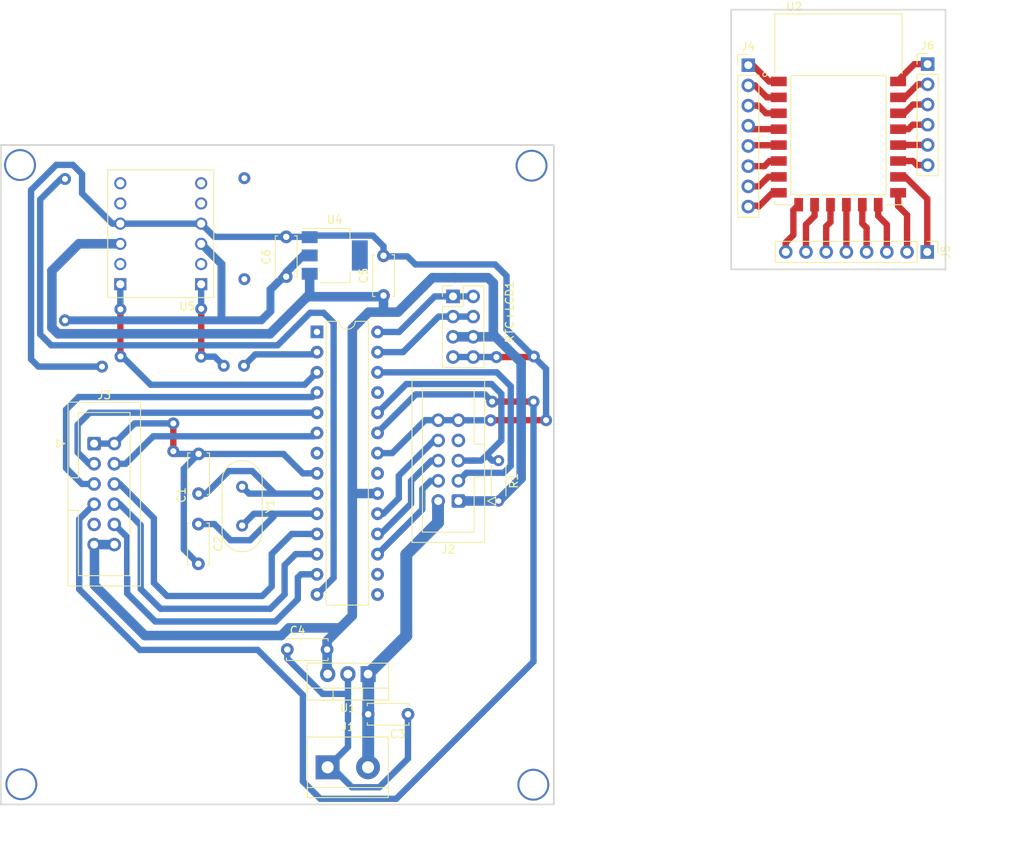
<source format=kicad_pcb>
(kicad_pcb (version 20211014) (generator pcbnew)
  (layers (0 "F.Cu" signal) (31 "B.Cu" signal) (34 "B.Paste" user) (35 "F.Paste" user) (36 "B.SilkS" user "B.Silkscreen") (37 "F.SilkS" user "F.Silkscreen") (38 "B.Mask" user) (39 "F.Mask" user) (44 "Edge.Cuts" user))
  (net 0 "")
  (net 1 "GND")
  (net 3 "+5V")
  (net 5 "+12V")
  (net 7 "Net-(C1-Pad1)")
  (net 8 "Net-(C2-Pad1)")
  (net 10 "Net-(RTC+LCD1-Pad3)")
  (net 11 "Net-(RTC+LCD1-Pad1)")
  (net 12 "unconnected-(U3-Pad15)")
  (net 13 "Net-(R1-Pad1)")
  (net 14 "Net-(J4-Pad1)")
  (net 15 "Net-(J6-Pad1)")
  (net 16 "Net-(J6-Pad2)")
  (net 17 "Net-(J6-Pad3)")
  (net 18 "Net-(J6-Pad4)")
  (net 19 "Net-(C6-Pad1)")
  (net 20 "Net-(J4-Pad2)")
  (net 21 "Net-(J4-Pad3)")
  (net 22 "Net-(J4-Pad4)")
  (net 23 "Net-(J4-Pad5)")
  (net 24 "Net-(J4-Pad6)")
  (net 25 "Net-(J4-Pad7)")
  (net 26 "Net-(J5-Pad3)")
  (net 27 "Net-(J5-Pad4)")
  (net 28 "Net-(J5-Pad5)")
  (net 29 "Net-(J5-Pad6)")
  (net 30 "Net-(J5-Pad7)")
  (net 31 "Net-(J6-Pad5)")
  (net 32 "Net-(J5-Pad2)")
  (net 33 "Net-(J6-Pad6)")
  (net 34 "Net-(J4-Pad8)")
  (net 35 "Net-(U3-Pad3)")
  (net 38 "unconnected-(U5-PadLV4)")
  (net 42 "Net-(J5-Pad1)")
  (net 43 "Net-(U3-Pad26)")
  (net 44 "Net-(U3-Pad19)")
  (net 45 "Net-(U3-Pad18)")
  (net 46 "Net-(U3-Pad17)")
  (net 48 "Net-(U3-Pad5)")
  (net 49 "Net-(U3-Pad6)")
  (net 50 "Net-(U3-Pad4)")
  (net 51 "Net-(U3-Pad11)")
  (net 52 "Net-(U3-Pad23)")
  (net 53 "Net-(U3-Pad12)")
  (net 55 "Net-(U3-Pad13)")
  (footprint "Resistor_THT:R_Axial_DIN0204_L3.6mm_D1.6mm_P5.08mm_Horizontal" (layer "F.Cu") (at 157.2325 93.12 -90)
    (fp_text reference "R1")
    (fp_text value "4.7k")
  )
  (footprint "Connector_PinHeader_2.54mm:PinHeader_2x04_P2.54mm_Vertical" (layer "F.Cu") (at 151.5075 72.47)
    (fp_text reference "RTC+LCD1")
    (fp_text value "Conn_02x04_Odd_Even")
  )
  (footprint "Capacitor_THT:C_Disc_D5.0mm_W2.5mm_P5.00mm" (layer "F.Cu") (at 119.5025 101.1 -90)
    (fp_text reference "C2")
    (fp_text value "20pF")
  )
  (footprint "Package_TO_SOT_THT:TO-220-3_Vertical" (layer "F.Cu") (at 140.8325 119.965 180)
    (fp_text reference "U1")
    (fp_text value "LM7805")
  )
  (footprint "Capacitor_THT:C_Disc_D5.0mm_W2.5mm_P5.00mm" (layer "F.Cu") (at 119.5325 97.28 90)
    (fp_text reference "C1")
    (fp_text value "20pF")
  )
  (footprint "Connector_IDC:IDC-Header_2x05_P2.54mm_Vertical" (layer "F.Cu") (at 152.185 98.2 180)
    (fp_text reference "J2")
    (fp_text value "Conn_02x05_Odd_Even")
  )
  (footprint "Crystal:Crystal_HC49-4H_Vertical" (layer "F.Cu") (at 125.0025 96.41 -90)
    (fp_text reference "Y1")
    (fp_text value "16MHz")
  )
  (footprint "Capacitor_THT:C_Disc_D5.0mm_W2.5mm_P5.00mm" (layer "F.Cu") (at 145.8475 125.02 180)
    (fp_text reference "C3")
    (fp_text value "330nF")
  )
  (footprint "TerminalBlock:TerminalBlock_bornier-2_P5.08mm" (layer "F.Cu") (at 135.7475 131.69)
    (fp_text reference "J1")
    (fp_text value "12v")
  )
  (footprint "Capacitor_THT:C_Disc_D5.0mm_W2.5mm_P5.00mm" (layer "F.Cu") (at 130.6825 116.88)
    (fp_text reference "C4")
    (fp_text value "100nF")
  )
  (footprint "Package_DIP:DIP-28_W7.62mm" (layer "F.Cu") (at 134.4075 76.94)
    (fp_text reference "U3" hide)
    (fp_text value "ATmega328P-P")
  )
  (footprint "Connector_PinHeader_2.54mm:PinHeader_1x06_P2.54mm_Vertical" (layer "F.Cu") (at 211.16 43.25925)
    (fp_text reference "J6")
    (fp_text value "Conn_01x06")
  )
  (footprint "Conversor_logico_nivel:CONV_BOB-12009" (layer "F.Cu") (at 114.7725 64.59 180)
    (fp_text reference "U5")
    (fp_text value "BOB-12009")
  )
  (footprint "Capacitor_THT:C_Disc_D5.0mm_W2.5mm_P5.00mm" (layer "F.Cu") (at 142.7725 72.36 90)
    (fp_text reference "C5")
    (fp_text value "100nF")
  )
  (footprint "Connector_IDC:IDC-Header_2x06_P2.54mm_Vertical" (layer "F.Cu") (at 106.4 90.98)
    (fp_text reference "J3")
    (fp_text value "Conn_02x06_Odd_Even")
  )
  (footprint "Capacitor_THT:C_Disc_D5.0mm_W2.5mm_P5.00mm" (layer "F.Cu") (at 130.5425 69.98 90)
    (fp_text reference "C6")
    (fp_text value "10uF")
  )
  (footprint "Package_TO_SOT_SMD:SOT-223" (layer "F.Cu") (at 136.6425 67.32)
    (fp_text reference "U4")
    (fp_text value "LM1117-3.3")
  )
  (footprint "Connector_PinHeader_2.54mm:PinHeader_1x08_P2.54mm_Vertical" (layer "F.Cu") (at 188.61575 43.3925)
    (fp_text reference "J4")
    (fp_text value "Conn_01x08" hide)
  )
  (footprint "ESP8266-12E_ESP-12E:XCVR_ESP8266-12E_ESP-12E" (layer "F.Cu") (at 199.95 52.44)
    (fp_text reference "U2")
    (fp_text value "ESP-12E")
  )
  (footprint "Connector_PinHeader_2.54mm:PinHeader_1x08_P2.54mm_Vertical" (layer "F.Cu") (at 211.11075 66.8775 -90)
    (fp_text reference "J5")
    (fp_text value "Conn_01x08" hide)
  )
  (gr_rect (start 186.475 36.41) (end 213.405 69.07) (layer "Edge.Cuts") (width 0.2) (fill none))
  (gr_rect (start 164.1775 53.43) (end 94.67 136.36) (layer "Edge.Cuts") (width 0.2) (fill none))
  (via (at 97.25 133.82) (size 4) (drill 3.5) (layers "F.Cu" "B.Cu") (net 0))
  (via (at 97.09 55.95) (size 4) (drill 3.5) (layers "F.Cu" "B.Cu") (net 0))
  (via (at 161.6 133.88) (size 4) (drill 3.5) (layers "F.Cu" "B.Cu") (net 0))
  (via (at 161.38 56.03) (size 4) (drill 3.5) (layers "F.Cu" "B.Cu") (net 0))
  (segment (start 194.28575 64.7375) (end 194.28575 61.60425) (width 0.8) (layer "F.Cu") (net 1))
  (segment (start 193.33075 66.8775) (end 193.32575 66.8725) (width 0.8) (layer "F.Cu") (net 1))
  (segment (start 194.28575 61.60425) (end 194.95 60.94) (width 0.8) (layer "F.Cu") (net 1))
  (segment (start 161.6725 80.03) (end 161.601837 80.100663) (width 0.8) (layer "F.Cu") (net 1))
  (segment (start 193.32575 65.6975) (end 194.28575 64.7375) (width 0.8) (layer "F.Cu") (net 1))
  (segment (start 161.601837 80.100663) (end 156.961837 80.100663) (width 0.8) (layer "F.Cu") (net 1))
  (segment (start 156.243 88.04) (end 156.233 88.05) (width 0.8) (layer "F.Cu") (net 1))
  (segment (start 163.2025 88.04) (end 156.243 88.04) (width 0.8) (layer "F.Cu") (net 1))
  (segment (start 116.3525 88.44) (end 116.3525 91.94) (width 0.8) (layer "F.Cu") (net 1))
  (segment (start 193.32575 66.8725) (end 193.32575 65.6975) (width 0.8) (layer "F.Cu") (net 1))
  (via (at 156.233 88.05) (size 1.5) (drill 0.75) (layers "F.Cu" "B.Cu") (net 1))
  (via (at 107.39325 81.2975) (size 1.5) (drill 0.75) (layers "F.Cu" "B.Cu") (net 1))
  (via (at 156.961837 80.100663) (size 1.5) (drill 0.75) (layers "F.Cu" "B.Cu") (net 1))
  (via (at 161.6725 80.03) (size 1.5) (drill 0.75) (layers "F.Cu" "B.Cu") (net 1))
  (via (at 116.3525 88.44) (size 1.5) (drill 0.75) (layers "F.Cu" "B.Cu") (net 1))
  (via (at 163.2025 88.04) (size 1.5) (drill 0.75) (layers "F.Cu" "B.Cu") (net 1))
  (via (at 116.3525 91.94) (size 1.5) (drill 0.75) (layers "F.Cu" "B.Cu") (net 1))
  (segment (start 135.7475 131.69) (end 136.2925 131.69) (width 0.8) (layer "B.Cu") (net 1))
  (segment (start 106.4 90.98) (end 108.94 90.98) (width 0.8) (layer "B.Cu") (net 1))
  (segment (start 142.7725 67.36) (end 142.8525 67.44) (width 0.8) (layer "B.Cu") (net 1))
  (segment (start 138.3075 127.405) (end 138.3075 122.455) (width 0.8) (layer "B.Cu") (net 1))
  (segment (start 134.4075 94.72) (end 132.6325 94.72) (width 0.8) (layer "B.Cu") (net 1))
  (segment (start 119.5325 92.28) (end 116.6925 92.28) (width 0.8) (layer "B.Cu") (net 1))
  (segment (start 98.4725 80.37) (end 99.4 81.2975) (width 0.8) (layer "B.Cu") (net 1))
  (segment (start 99.4 81.2975) (end 107.39325 81.2975) (width 0.8) (layer "B.Cu") (net 1))
  (segment (start 108.91 91.01) (end 108.94 90.98) (width 0.8) (layer "B.Cu") (net 1))
  (segment (start 156.951174 80.09) (end 156.961837 80.100663) (width 0.8) (layer "B.Cu") (net 1))
  (segment (start 158.2325 69.88) (end 158.2325 76.63) (width 0.8) (layer "B.Cu") (net 1))
  (segment (start 149.645 88.04) (end 152.185 88.04) (width 0.8) (layer "B.Cu") (net 1))
  (segment (start 138.3075 119.98) (end 138.2925 119.965) (width 0.8) (layer "B.Cu") (net 1))
  (segment (start 136.2925 131.69) (end 138.8025 134.2) (width 0.8) (layer "B.Cu") (net 1))
  (segment (start 121.5125 64.98) (end 133.4525 64.98) (width 0.8) (layer "B.Cu") (net 1))
  (segment (start 119.8525 63.32) (end 121.5125 64.98) (width 0.8) (layer "B.Cu") (net 1))
  (segment (start 108.94 90.98) (end 111.48 88.44) (width 0.8) (layer "B.Cu") (net 1))
  (segment (start 98.4725 59.1) (end 98.4725 80.37) (width 0.8) (layer "B.Cu") (net 1))
  (segment (start 141.4225 64.82) (end 142.7725 66.17) (width 0.8) (layer "B.Cu") (net 1))
  (segment (start 146.7825 68.45) (end 156.8025 68.45) (width 0.8) (layer "B.Cu") (net 1))
  (segment (start 156.8025 68.45) (end 158.2325 69.88) (width 0.8) (layer "B.Cu") (net 1))
  (segment (start 152.195 88.05) (end 152.185 88.04) (width 0.8) (layer "B.Cu") (net 1))
  (segment (start 142.7725 66.17) (end 142.7725 67.36) (width 0.8) (layer "B.Cu") (net 1))
  (segment (start 133.4925 65.02) (end 133.6925 64.82) (width 0.8) (layer "B.Cu") (net 1))
  (segment (start 133.4525 64.98) (end 133.4925 65.02) (width 0.8) (layer "B.Cu") (net 1))
  (segment (start 138.3075 122.455) (end 138.3075 119.98) (width 0.8) (layer "B.Cu") (net 1))
  (segment (start 119.5025 106.1) (end 117.6725 104.27) (width 0.8) (layer "B.Cu") (net 1))
  (segment (start 145.7725 67.44) (end 146.7825 68.45) (width 0.8) (layer "B.Cu") (net 1))
  (segment (start 138.3075 129.13) (end 138.3075 127.405) (width 0.8) (layer "B.Cu") (net 1))
  (segment (start 109.6925 63.32) (end 119.8525 63.32) (width 0.8) (layer "B.Cu") (net 1))
  (segment (start 154.0475 80.09) (end 156.951174 80.09) (width 0.8) (layer "B.Cu") (net 1))
  (segment (start 142.2425 134.2) (end 145.8475 130.595) (width 0.8) (layer "B.Cu") (net 1))
  (segment (start 156.233 88.05) (end 152.195 88.05) (width 0.8) (layer "B.Cu") (net 1))
  (segment (start 163.2025 81.6) (end 163.2025 88.04) (width 0.8) (layer "B.Cu") (net 1))
  (segment (start 133.6925 64.82) (end 141.4225 64.82) (width 0.8) (layer "B.Cu") (net 1))
  (segment (start 117.6725 104.27) (end 117.6725 94.14) (width 0.8) (layer "B.Cu") (net 1))
  (segment (start 132.6325 94.72) (end 130.1925 92.28) (width 0.8) (layer "B.Cu") (net 1))
  (segment (start 142.8525 67.44) (end 145.7725 67.44) (width 0.8) (layer "B.Cu") (net 1))
  (segment (start 158.2325 76.63) (end 163.2025 81.6) (width 0.8) (layer "B.Cu") (net 1))
  (segment (start 116.6925 92.28) (end 116.3525 91.94) (width 0.8) (layer "B.Cu") (net 1))
  (segment (start 104.8825 57.08) (end 103.7325 55.93) (width 0.8) (layer "B.Cu") (net 1))
  (segment (start 106.4 90.98) (end 106.43 91.01) (width 0.8) (layer "B.Cu") (net 1))
  (segment (start 101.6425 55.93) (end 98.4725 59.1) (width 0.8) (layer "B.Cu") (net 1))
  (segment (start 111.48 88.44) (end 116.3525 88.44) (width 0.8) (layer "B.Cu") (net 1))
  (segment (start 143.8625 92.18) (end 148.0025 88.04) (width 0.8) (layer "B.Cu") (net 1))
  (segment (start 117.6725 94.14) (end 119.5325 92.28) (width 0.8) (layer "B.Cu") (net 1))
  (segment (start 148.0025 88.04) (end 149.645 88.04) (width 0.8) (layer "B.Cu") (net 1))
  (segment (start 130.6825 118.01137) (end 135.12613 122.455) (width 0.8) (layer "B.Cu") (net 1))
  (segment (start 145.8475 130.595) (end 145.8475 125.02) (width 0.8) (layer "B.Cu") (net 1))
  (segment (start 103.7325 55.93) (end 101.6425 55.93) (width 0.8) (layer "B.Cu") (net 1))
  (segment (start 108.6925 63.32) (end 104.8825 59.51) (width 0.8) (layer "B.Cu") (net 1))
  (segment (start 109.6925 63.32) (end 108.6925 63.32) (width 0.8) (layer "B.Cu") (net 1))
  (segment (start 138.8025 134.2) (end 142.2425 134.2) (width 0.8) (layer "B.Cu") (net 1))
  (segment (start 135.12613 122.455) (end 138.3075 122.455) (width 0.8) (layer "B.Cu") (net 1))
  (segment (start 135.7475 131.69) (end 138.3075 129.13) (width 0.8) (layer "B.Cu") (net 1))
  (segment (start 130.1925 92.28) (end 119.5325 92.28) (width 0.8) (layer "B.Cu") (net 1))
  (segment (start 104.8825 59.51) (end 104.8825 57.08) (width 0.8) (layer "B.Cu") (net 1))
  (segment (start 130.6825 116.88) (end 130.6825 118.01137) (width 0.8) (layer "B.Cu") (net 1))
  (segment (start 151.5075 80.09) (end 154.0475 80.09) (width 0.8) (layer "B.Cu") (net 1))
  (segment (start 142.0275 92.18) (end 143.8625 92.18) (width 0.8) (layer "B.Cu") (net 1))
  (segment (start 156.5725 77.52) (end 156.5325 77.56) (width 0.8) (layer "B.Cu") (net 3))
  (segment (start 128.51 77.17) (end 133.17 72.51) (width 1.2) (layer "B.Cu") (net 3))
  (segment (start 155.9125 70.12) (end 156.5725 70.78) (width 1.2) (layer "B.Cu") (net 3))
  (segment (start 109.6925 65.86) (end 109.6825 65.85) (width 0.8) (layer "B.Cu") (net 3))
  (segment (start 135.7675 119.27) (end 135.6825 119.185) (width 1.2) (layer "B.Cu") (net 3))
  (segment (start 146.4825 72.55) (end 148.9125 70.12) (width 1.2) (layer "B.Cu") (net 3))
  (segment (start 106.4425 108.79) (end 112.7725 115.12) (width 1.2) (layer "B.Cu") (net 3))
  (segment (start 101.0925 76.3925) (end 101.87 77.17) (width 1.2) (layer "B.Cu") (net 3))
  (segment (start 142.7725 74.3) (end 142.6225 74.45) (width 0.8) (layer "B.Cu") (net 3))
  (segment (start 133.4925 69.62) (end 133.4925 72.42) (width 1.2) (layer "B.Cu") (net 3))
  (segment (start 144.5825 74.45) (end 146.4825 72.55) (width 1.2) (layer "B.Cu") (net 3))
  (segment (start 136.3625 115.11) (end 138.8525 112.62) (width 1.2) (layer "B.Cu") (net 3))
  (segment (start 160.0725 80.77) (end 156.8225 77.52) (width 1.2) (layer "B.Cu") (net 3))
  (segment (start 142.7725 72.51) (end 133.4025 72.51) (width 1.2) (layer "B.Cu") (net 3))
  (segment (start 148.9125 70.12) (end 151.7125 70.12) (width 1.2) (layer "B.Cu") (net 3))
  (segment (start 138.8525 112.62) (end 138.8525 97.44) (width 1.2) (layer "B.Cu") (net 3))
  (segment (start 106.4425 103.7225) (end 106.4425 108.79) (width 1.2) (layer "B.Cu") (net 3))
  (segment (start 130.880449 114.16) (end 137.2425 114.16) (width 1.2) (layer "B.Cu") (net 3))
  (segment (start 135.6875 119.35) (end 135.7675 119.27) (width 0.8) (layer "B.Cu") (net 3))
  (segment (start 138.8525 76.51) (end 140.9125 74.45) (width 1.2) (layer "B.Cu") (net 3))
  (segment (start 142.4725 74.3) (end 142.6225 74.45) (width 0.8) (layer "B.Cu") (net 3))
  (segment (start 136.3425 115.13) (end 136.3625 115.11) (width 0.8) (layer "B.Cu") (net 3))
  (segment (start 142.0275 97.26) (end 139.4725 97.26) (width 1.2) (layer "B.Cu") (net 3))
  (segment (start 129.920449 115.12) (end 130.880449 114.16) (width 1.2) (layer "B.Cu") (net 3))
  (segment (start 112.7725 115.12) (end 129.920449 115.12) (width 1.2) (layer "B.Cu") (net 3))
  (segment (start 152.185 98.2) (end 157.2325 98.2) (width 1.2) (layer "B.Cu") (net 3))
  (segment (start 156.8225 77.52) (end 156.5725 77.52) (width 1.2) (layer "B.Cu") (net 3))
  (segment (start 156.5625 77.55) (end 154.0475 77.55) (width 1.2) (layer "B.Cu") (net 3))
  (segment (start 104.4825 65.85) (end 101.0925 69.24) (width 1.2) (layer "B.Cu") (net 3))
  (segment (start 151.8525 69.98) (end 151.7125 70.12) (width 0.8) (layer "B.Cu") (net 3))
  (segment (start 109.6825 65.85) (end 104.4825 65.85) (width 1.2) (layer "B.Cu") (net 3))
  (segment (start 154.0475 77.55) (end 151.5075 77.55) (width 1.2) (layer "B.Cu") (net 3))
  (segment (start 101.0925 69.24) (end 101.0925 76.3925) (width 1.2) (layer "B.Cu") (net 3))
  (segment (start 135.6825 115.79) (end 136.3625 115.11) (width 1.2) (layer "B.Cu") (net 3))
  (segment (start 133.4925 72.42) (end 133.4025 72.51) (width 0.8) (layer "B.Cu") (net 3))
  (segment (start 106.4 103.68) (end 108.94 103.68) (width 1.2) (layer "B.Cu") (net 3))
  (segment (start 140.9125 74.45) (end 142.6225 74.45) (width 1.2) (layer "B.Cu") (net 3))
  (segment (start 151.7125 70.12) (end 155.9125 70.12) (width 1.2) (layer "B.Cu") (net 3))
  (segment (start 133.17 72.51) (end 133.4025 72.51) (width 1.2) (layer "B.Cu") (net 3))
  (segment (start 141.9775 97.31) (end 142.0275 97.26) (width 0.8) (layer "B.Cu") (net 3))
  (segment (start 157.2325 98.2) (end 160.0725 95.36) (width 1.2) (layer "B.Cu") (net 3))
  (segment (start 138.8525 97.68) (end 138.8525 76.51) (width 1.2) (layer "B.Cu") (net 3))
  (segment (start 135.6825 119.185) (end 135.6825 115.79) (width 1.2) (layer "B.Cu") (net 3))
  (segment (start 142.7725 72.36) (end 142.7725 74.3) (width 1.2) (layer "B.Cu") (net 3))
  (segment (start 156.5725 70.78) (end 156.5725 77.52) (width 1.2) (layer "B.Cu") (net 3))
  (segment (start 160.0725 95.36) (end 160.0725 80.77) (width 1.2) (layer "B.Cu") (net 3))
  (segment (start 156.5725 77.56) (end 156.5625 77.55) (width 0.8) (layer "B.Cu") (net 3))
  (segment (start 101.87 77.17) (end 128.51 77.17) (width 1.2) (layer "B.Cu") (net 3))
  (segment (start 142.6225 74.45) (end 144.5825 74.45) (width 1.2) (layer "B.Cu") (net 3))
  (segment (start 106.4 103.68) (end 106.4425 103.7225) (width 0.8) (layer "B.Cu") (net 3))
  (segment (start 149.6225 98.2225) (end 149.645 98.2) (width 1.5) (layer "B.Cu") (net 5))
  (segment (start 145.6325 104.92) (end 149.6225 100.93) (width 1.5) (layer "B.Cu") (net 5))
  (segment (start 140.8475 119.98) (end 140.8325 119.965) (width 1.5) (layer "B.Cu") (net 5))
  (segment (start 140.8475 125.02) (end 140.8475 131.67) (width 1.5) (layer "B.Cu") (net 5))
  (segment (start 149.6225 100.93) (end 149.6225 98.2225) (width 1.5) (layer "B.Cu") (net 5))
  (segment (start 140.8325 119.965) (end 145.6325 115.165) (width 1.5) (layer "B.Cu") (net 5))
  (segment (start 140.8475 131.67) (end 140.8275 131.69) (width 0.8) (layer "B.Cu") (net 5))
  (segment (start 140.8475 125.02) (end 140.8475 119.98) (width 1.5) (layer "B.Cu") (net 5))
  (segment (start 145.6325 115.165) (end 145.6325 104.92) (width 1.5) (layer "B.Cu") (net 5))
  (segment (start 125.0025 96.41) (end 125.8625 97.27) (width 0.8) (layer "B.Cu") (net 7))
  (segment (start 134.3975 97.27) (end 134.4075 97.26) (width 0.8) (layer "B.Cu") (net 7))
  (segment (start 123.3175 94.44) (end 126.2725 94.44) (width 0.8) (layer "B.Cu") (net 7))
  (segment (start 125.8625 97.27) (end 134.3975 97.27) (width 0.8) (layer "B.Cu") (net 7))
  (segment (start 126.2725 94.44) (end 129.0525 97.22) (width 0.8) (layer "B.Cu") (net 7))
  (segment (start 119.5325 97.28) (end 120.4775 97.28) (width 0.8) (layer "B.Cu") (net 7))
  (segment (start 120.4775 97.28) (end 123.3175 94.44) (width 0.8) (layer "B.Cu") (net 7))
  (segment (start 125.0025 101.29) (end 126.4925 99.8) (width 0.8) (layer "B.Cu") (net 8))
  (segment (start 121.5025 101.1) (end 123.5325 103.13) (width 0.8) (layer "B.Cu") (net 8))
  (segment (start 126.4925 99.8) (end 134.4075 99.8) (width 0.8) (layer "B.Cu") (net 8))
  (segment (start 123.5325 103.13) (end 125.9925 103.13) (width 0.8) (layer "B.Cu") (net 8))
  (segment (start 119.5025 101.1) (end 121.5025 101.1) (width 0.8) (layer "B.Cu") (net 8))
  (segment (start 125.9925 103.13) (end 128.9725 100.15) (width 0.8) (layer "B.Cu") (net 8))
  (segment (start 125.0025 101.3) (end 125.0025 101.29) (width 0.8) (layer "B.Cu") (net 8))
  (segment (start 145.2225 79.48) (end 142.0275 79.48) (width 0.8) (layer "B.Cu") (net 10))
  (segment (start 149.6925 75.01) (end 145.2225 79.48) (width 0.8) (layer "B.Cu") (net 10))
  (segment (start 151.5075 75.01) (end 154.0475 75.01) (width 0.8) (layer "B.Cu") (net 10))
  (segment (start 151.5075 75.01) (end 149.6925 75.01) (width 0.8) (layer "B.Cu") (net 10))
  (segment (start 149.2025 72.47) (end 144.7325 76.94) (width 0.8) (layer "B.Cu") (net 11))
  (segment (start 151.5075 72.47) (end 154.0475 72.47) (width 0.8) (layer "B.Cu") (net 11))
  (segment (start 144.7325 76.94) (end 142.0275 76.94) (width 0.8) (layer "B.Cu") (net 11))
  (segment (start 151.5075 72.47) (end 149.2025 72.47) (width 0.8) (layer "B.Cu") (net 11))
  (segment (start 142.1275 110.06) (end 142.0275 109.96) (width 0.8) (layer "B.Cu") (net 12))
  (segment (start 152.185 93.12) (end 154.4825 93.12) (width 0.8) (layer "B.Cu") (net 13))
  (segment (start 156.4325 93.12) (end 155.7625 92.45) (width 0.8) (layer "B.Cu") (net 13))
  (segment (start 155.0525 93.12) (end 157.5825 90.59) (width 0.8) (layer "B.Cu") (net 13))
  (segment (start 153.6525 93.12) (end 155.0525 93.12) (width 0.8) (layer "B.Cu") (net 13))
  (segment (start 157.5825 84.72) (end 156.3525 83.49) (width 0.8) (layer "B.Cu") (net 13))
  (segment (start 156.3525 83.49) (end 145.6375 83.49) (width 0.8) (layer "B.Cu") (net 13))
  (segment (start 142.0275 87.315) (end 142.0275 87.1) (width 0.8) (layer "B.Cu") (net 13))
  (segment (start 145.6375 83.49) (end 142.0275 87.1) (width 0.8) (layer "B.Cu") (net 13))
  (segment (start 157.5825 90.59) (end 157.5825 84.72) (width 0.8) (layer "B.Cu") (net 13))
  (segment (start 157.2325 93.12) (end 156.4325 93.12) (width 0.8) (layer "B.Cu") (net 13))
  (segment (start 188.61575 43.3925) (end 189.19075 43.3925) (width 0.8) (layer "F.Cu") (net 14))
  (segment (start 191.23825 45.44) (end 192.45 45.44) (width 0.8) (layer "F.Cu") (net 14))
  (segment (start 189.19075 43.3925) (end 191.23825 45.44) (width 0.8) (layer "F.Cu") (net 14))
  (via (at 102.73825 57.70325) (size 1.5) (drill 0.75) (layers "F.Cu" "B.Cu") (net 14))
  (segment (start 136.5025 107.865) (end 134.4075 109.96) (width 0.8) (layer "B.Cu") (net 14))
  (segment (start 136.5025 75.79) (end 136.5025 107.865) (width 0.8) (layer "B.Cu") (net 14))
  (segment (start 99.62 77.23) (end 101.01 78.62) (width 0.8) (layer "B.Cu") (net 14))
  (segment (start 102.73825 57.70325) (end 102.20675 57.70325) (width 0.8) (layer "B.Cu") (net 14))
  (segment (start 99.62 60.29) (end 99.62 77.23) (width 0.8) (layer "B.Cu") (net 14))
  (segment (start 129.4625 78.62) (end 133.5525 74.53) (width 0.8) (layer "B.Cu") (net 14))
  (segment (start 135.2425 74.53) (end 136.5025 75.79) (width 0.8) (layer "B.Cu") (net 14))
  (segment (start 101.01 78.62) (end 129.4625 78.62) (width 0.8) (layer "B.Cu") (net 14))
  (segment (start 133.5525 74.53) (end 135.2425 74.53) (width 0.8) (layer "B.Cu") (net 14))
  (segment (start 102.20675 57.70325) (end 99.62 60.29) (width 0.8) (layer "B.Cu") (net 14))
  (segment (start 209.5 43.25925) (end 211.16 43.25925) (width 0.8) (layer "F.Cu") (net 15))
  (segment (start 207.45 45.30925) (end 209.5 43.25925) (width 0.8) (layer "F.Cu") (net 15))
  (segment (start 207.45 45.44) (end 207.45 45.30925) (width 0.8) (layer "F.Cu") (net 15))
  (via (at 125.28175 57.59925) (size 1.5) (drill 0.75) (layers "F.Cu" "B.Cu") (net 15))
  (segment (start 208.29925 47.44) (end 209.94 45.79925) (width 0.8) (layer "F.Cu") (net 16))
  (segment (start 209.94 45.79925) (end 211.16 45.79925) (width 0.8) (layer "F.Cu") (net 16))
  (segment (start 207.45 47.44) (end 208.29925 47.44) (width 0.8) (layer "F.Cu") (net 16))
  (segment (start 209.33 48.33925) (end 208.22925 49.44) (width 0.8) (layer "F.Cu") (net 17))
  (segment (start 211.16 48.33925) (end 209.33 48.33925) (width 0.8) (layer "F.Cu") (net 17))
  (segment (start 208.22925 49.44) (end 207.45 49.44) (width 0.8) (layer "F.Cu") (net 17))
  (segment (start 209.29 50.87925) (end 208.72925 51.44) (width 0.8) (layer "F.Cu") (net 18))
  (segment (start 208.72925 51.44) (end 207.45 51.44) (width 0.8) (layer "F.Cu") (net 18))
  (segment (start 211.16 50.87925) (end 209.29 50.87925) (width 0.8) (layer "F.Cu") (net 18))
  (via (at 102.73825 75.48325) (size 1.5) (drill 0.75) (layers "F.Cu" "B.Cu") (net 19))
  (segment (start 127.40925 75.48325) (end 128.5625 74.33) (width 1) (layer "B.Cu") (net 19))
  (segment (start 122.40575 75.48325) (end 122.40575 68.41325) (width 1) (layer "B.Cu") (net 19))
  (segment (start 128.5625 71.62) (end 130.2025 69.98) (width 1) (layer "B.Cu") (net 19))
  (segment (start 122.40575 68.41325) (end 119.8525 65.86) (width 1) (layer "B.Cu") (net 19))
  (segment (start 130.5425 69.47) (end 132.6925 67.32) (width 1) (layer "B.Cu") (net 19))
  (segment (start 102.73825 75.48325) (end 122.40575 75.48325) (width 1) (layer "B.Cu") (net 19))
  (segment (start 122.40575 75.48325) (end 127.40925 75.48325) (width 1) (layer "B.Cu") (net 19))
  (segment (start 128.5625 74.33) (end 128.5625 71.62) (width 1) (layer "B.Cu") (net 19))
  (segment (start 130.5425 69.98) (end 130.5425 69.47) (width 0.8) (layer "B.Cu") (net 19))
  (segment (start 130.2025 69.98) (end 130.5425 69.98) (width 0.8) (layer "B.Cu") (net 19))
  (segment (start 132.6925 67.32) (end 133.4925 67.32) (width 1) (layer "B.Cu") (net 19))
  (segment (start 192.45 47.44) (end 190.96825 47.44) (width 0.8) (layer "F.Cu") (net 20))
  (segment (start 190.96825 47.44) (end 189.46075 45.9325) (width 0.8) (layer "F.Cu") (net 20))
  (segment (start 189.46075 45.9325) (end 188.61575 45.9325) (width 0.8) (layer "F.Cu") (net 20))
  (segment (start 190.84825 49.44) (end 192.45 49.44) (width 0.8) (layer "F.Cu") (net 21))
  (segment (start 188.61575 48.4725) (end 189.88075 48.4725) (width 0.8) (layer "F.Cu") (net 21))
  (segment (start 189.88075 48.4725) (end 190.84825 49.44) (width 0.8) (layer "F.Cu") (net 21))
  (segment (start 192.4475 51.4375) (end 192.45 51.44) (width 0.8) (layer "F.Cu") (net 22))
  (segment (start 188.61575 51.0125) (end 189.04075 51.4375) (width 0.8) (layer "F.Cu") (net 22))
  (segment (start 189.04075 51.4375) (end 192.4475 51.4375) (width 0.8) (layer "F.Cu") (net 22))
  (segment (start 192.4325 53.4575) (end 192.45 53.44) (width 0.8) (layer "F.Cu") (net 23))
  (segment (start 188.61575 53.5525) (end 188.71075 53.4575) (width 0.8) (layer "F.Cu") (net 23))
  (segment (start 188.71075 53.4575) (end 192.4325 53.4575) (width 0.8) (layer "F.Cu") (net 23))
  (segment (start 188.61575 56.0925) (end 190.64075 56.0925) (width 0.8) (layer "F.Cu") (net 24))
  (segment (start 190.64075 56.0925) (end 191.29325 55.44) (width 0.8) (layer "F.Cu") (net 24))
  (segment (start 191.29325 55.44) (end 192.45 55.44) (width 0.8) (layer "F.Cu") (net 24))
  (segment (start 189.93075 58.6325) (end 191.12325 57.44) (width 0.8) (layer "F.Cu") (net 25))
  (segment (start 188.61575 58.6325) (end 189.93075 58.6325) (width 0.8) (layer "F.Cu") (net 25))
  (segment (start 191.12325 57.44) (end 192.45 57.44) (width 0.8) (layer "F.Cu") (net 25))
  (segment (start 204.95 62.36175) (end 204.95 60.94) (width 0.8) (layer "F.Cu") (net 26))
  (segment (start 206.03075 66.8775) (end 206.03075 63.4425) (width 0.8) (layer "F.Cu") (net 26))
  (segment (start 206.03075 63.4425) (end 204.95 62.36175) (width 0.8) (layer "F.Cu") (net 26))
  (segment (start 203.49075 66.8775) (end 203.49075 63.8425) (width 0.8) (layer "F.Cu") (net 27))
  (segment (start 202.95 63.30175) (end 202.95 60.94) (width 0.8) (layer "F.Cu") (net 27))
  (segment (start 203.49075 63.8425) (end 202.95 63.30175) (width 0.8) (layer "F.Cu") (net 27))
  (segment (start 200.95075 60.94075) (end 200.95 60.94) (width 0.8) (layer "F.Cu") (net 28))
  (segment (start 200.95075 66.8775) (end 200.95075 60.94075) (width 0.8) (layer "F.Cu") (net 28))
  (segment (start 198.95 63.12325) (end 198.95 60.94) (width 0.8) (layer "F.Cu") (net 29))
  (segment (start 198.41075 66.8775) (end 198.41075 63.6625) (width 0.8) (layer "F.Cu") (net 29))
  (segment (start 198.41075 63.6625) (end 198.95 63.12325) (width 0.8) (layer "F.Cu") (net 29))
  (segment (start 195.87075 66.8775) (end 195.87075 63.4325) (width 0.8) (layer "F.Cu") (net 30))
  (segment (start 195.87075 63.4325) (end 196.95 62.35325) (width 0.8) (layer "F.Cu") (net 30))
  (segment (start 196.95 62.35325) (end 196.95 60.94) (width 0.8) (layer "F.Cu") (net 30))
  (segment (start 211.16 53.41925) (end 207.47075 53.41925) (width 0.8) (layer "F.Cu") (net 31))
  (segment (start 207.47075 53.41925) (end 207.45 53.44) (width 0.8) (layer "F.Cu") (net 31))
  (segment (start 208.57075 62.2225) (end 207.45 61.10175) (width 0.8) (layer "F.Cu") (net 32))
  (segment (start 119.8625 80.0275) (end 119.8625 74.03) (width 0.8) (layer "F.Cu") (net 32))
  (segment (start 207.45 61.10175) (end 207.45 59.44) (width 0.8) (layer "F.Cu") (net 32))
  (segment (start 119.84 80.05) (end 119.8625 80.0275) (width 0.8) (layer "F.Cu") (net 32))
  (segment (start 208.57075 66.8775) (end 208.57075 62.2225) (width 0.8) (layer "F.Cu") (net 32))
  (via (at 122.69325 81.18825) (size 1.5) (drill 0.75) (layers "F.Cu" "B.Cu") (net 32))
  (via (at 119.84 80.05) (size 1.5) (drill 0.75) (layers "F.Cu" "B.Cu") (net 32))
  (via (at 119.8625 74.03) (size 1.5) (drill 0.75) (layers "F.Cu" "B.Cu") (net 32))
  (segment (start 119.84 80.05) (end 121.555 80.05) (width 0.8) (layer "B.Cu") (net 32))
  (segment (start 119.8725 74.02) (end 119.8625 74.03) (width 0.8) (layer "B.Cu") (net 32))
  (segment (start 121.555 80.05) (end 122.69325 81.18825) (width 0.8) (layer "B.Cu") (net 32))
  (segment (start 119.8525 70.94) (end 119.8525 74.02) (width 0.8) (layer "B.Cu") (net 32))
  (segment (start 119.8525 74.02) (end 119.8625 74.03) (width 0.8) (layer "B.Cu") (net 32))
  (segment (start 209.83 55.95925) (end 209.31075 55.44) (width 0.8) (layer "F.Cu") (net 33))
  (segment (start 211.16 55.95925) (end 209.83 55.95925) (width 0.8) (layer "F.Cu") (net 33))
  (segment (start 209.31075 55.44) (end 207.45 55.44) (width 0.8) (layer "F.Cu") (net 33))
  (segment (start 188.67575 61.06325) (end 189.9875 61.06325) (width 0.8) (layer "F.Cu") (net 34))
  (segment (start 189.9275 61.1725) (end 191.66 59.44) (width 0.8) (layer "F.Cu") (net 34))
  (segment (start 109.7025 80.0025) (end 109.7025 74.09) (width 0.8) (layer "F.Cu") (net 35))
  (segment (start 109.72 80.02) (end 109.7025 80.0025) (width 0.8) (layer "F.Cu") (net 35))
  (via (at 109.72 80.02) (size 1.5) (drill 0.75) (layers "F.Cu" "B.Cu") (net 35))
  (via (at 109.7025 74.09) (size 1.5) (drill 0.75) (layers "F.Cu" "B.Cu") (net 35))
  (segment (start 109.72 80.02) (end 109.9425 80.02) (width 0.8) (layer "B.Cu") (net 35))
  (segment (start 109.6925 74.08) (end 109.7025 74.09) (width 0.8) (layer "B.Cu") (net 35))
  (segment (start 109.9425 80.02) (end 113.50077 83.57827) (width 0.8) (layer "B.Cu") (net 35))
  (segment (start 132.84923 83.57827) (end 134.4075 82.02) (width 0.8) (layer "B.Cu") (net 35))
  (segment (start 109.6925 70.94) (end 109.6925 74.08) (width 0.8) (layer "B.Cu") (net 35))
  (segment (start 113.50077 83.57827) (end 132.84923 83.57827) (width 0.8) (layer "B.Cu") (net 35))
  (segment (start 109.7125 74.08) (end 109.7025 74.09) (width 0.8) (layer "B.Cu") (net 35))
  (via (at 125.28175 70.29925) (size 1.5) (drill 0.75) (layers "F.Cu" "B.Cu") (net 38))
  (segment (start 211.11075 60.2025) (end 208.34825 57.44) (width 0.8) (layer "F.Cu") (net 42))
  (segment (start 211.11075 66.8775) (end 211.11075 60.2025) (width 0.8) (layer "F.Cu") (net 42))
  (segment (start 208.34825 57.44) (end 207.45 57.44) (width 0.8) (layer "F.Cu") (net 42))
  (via (at 125.23325 81.18825) (size 1.5) (drill 0.75) (layers "F.Cu" "B.Cu") (net 42))
  (segment (start 126.6615 79.76) (end 125.23325 81.18825) (width 0.8) (layer "B.Cu") (net 42))
  (segment (start 134.4075 79.48) (end 134.1275 79.76) (width 0.8) (layer "B.Cu") (net 42))
  (segment (start 134.1275 79.76) (end 126.6615 79.76) (width 0.8) (layer "B.Cu") (net 42))
  (segment (start 157.8925 94.65) (end 158.7625 93.78) (width 0.8) (layer "B.Cu") (net 43))
  (segment (start 142.0275 82.285) (end 142.0275 82.02) (width 0.8) (layer "B.Cu") (net 43))
  (segment (start 158.7625 83.77) (end 157.0125 82.02) (width 0.8) (layer "B.Cu") (net 43))
  (segment (start 153.195 94.65) (end 157.8925 94.65) (width 0.8) (layer "B.Cu") (net 43))
  (segment (start 158.7625 93.78) (end 158.7625 83.77) (width 0.8) (layer "B.Cu") (net 43))
  (segment (start 152.185 95.66) (end 153.195 94.65) (width 0.8) (layer "B.Cu") (net 43))
  (segment (start 157.0125 82.02) (end 142.0275 82.02) (width 0.8) (layer "B.Cu") (net 43))
  (segment (start 144.6925 97.85) (end 142.7425 99.8) (width 0.8) (layer "B.Cu") (net 44))
  (segment (start 142.7425 99.8) (end 142.0275 99.8) (width 0.8) (layer "B.Cu") (net 44))
  (segment (start 149.1325 90.58) (end 144.6925 95.02) (width 0.8) (layer "B.Cu") (net 44))
  (segment (start 149.645 90.58) (end 149.1325 90.58) (width 0.8) (layer "B.Cu") (net 44))
  (segment (start 144.6925 95.02) (end 144.6925 97.85) (width 0.8) (layer "B.Cu") (net 44))
  (segment (start 142.0275 99.875) (end 142.0275 99.8) (width 0.8) (layer "B.Cu") (net 44))
  (segment (start 142.0275 102.34) (end 142.0275 102.345) (width 0.8) (layer "B.Cu") (net 45))
  (segment (start 148.7925 93.12) (end 146.2325 95.68) (width 0.8) (layer "B.Cu") (net 45))
  (segment (start 146.2325 98.53) (end 142.4225 102.34) (width 0.8) (layer "B.Cu") (net 45))
  (segment (start 149.645 93.12) (end 148.7925 93.12) (width 0.8) (layer "B.Cu") (net 45))
  (segment (start 146.2325 95.68) (end 146.2325 98.53) (width 0.8) (layer "B.Cu") (net 45))
  (segment (start 142.4225 102.34) (end 142.0275 102.34) (width 0.8) (layer "B.Cu") (net 45))
  (segment (start 147.6525 99.26) (end 142.0325 104.88) (width 0.8) (layer "B.Cu") (net 46))
  (segment (start 142.0325 104.88) (end 142.0275 104.88) (width 0.8) (layer "B.Cu") (net 46))
  (segment (start 147.6525 96.71) (end 147.6525 99.26) (width 0.8) (layer "B.Cu") (net 46))
  (segment (start 149.645 95.66) (end 148.7025 95.66) (width 0.8) (layer "B.Cu") (net 46))
  (segment (start 148.7025 95.66) (end 147.6525 96.71) (width 0.8) (layer "B.Cu") (net 46))
  (segment (start 105.7625 93.52) (end 104.3225 92.08) (width 0.8) (layer "B.Cu") (net 48))
  (segment (start 106.3875 93.55) (end 106.4 93.5375) (width 0.8) (layer "B.Cu") (net 48))
  (segment (start 105.8425 87.1) (end 134.4075 87.1) (width 0.8) (layer "B.Cu") (net 48))
  (segment (start 106.4 93.5375) (end 106.4 93.52) (width 0.8) (layer "B.Cu") (net 48))
  (segment (start 104.3225 88.62) (end 105.8425 87.1) (width 0.8) (layer "B.Cu") (net 48))
  (segment (start 104.3225 92.08) (end 104.3225 88.62) (width 0.8) (layer "B.Cu") (net 48))
  (segment (start 106.4 93.52) (end 105.7625 93.52) (width 0.8) (layer "B.Cu") (net 48))
  (segment (start 113.6425 90.25) (end 113.8325 90.06) (width 0.8) (layer "B.Cu") (net 49))
  (segment (start 113.8325 90.06) (end 133.9875 90.06) (width 0.8) (layer "B.Cu") (net 49))
  (segment (start 108.9325 93.55) (end 108.9325 93.5275) (width 0.8) (layer "B.Cu") (net 49))
  (segment (start 108.9325 93.5275) (end 108.94 93.52) (width 0.8) (layer "B.Cu") (net 49))
  (segment (start 110.3625 93.52) (end 113.5925 90.29) (width 0.8) (layer "B.Cu") (net 49))
  (segment (start 133.9875 90.06) (end 134.4075 89.64) (width 0.8) (layer "B.Cu") (net 49))
  (segment (start 108.94 93.52) (end 110.3625 93.52) (width 0.8) (layer "B.Cu") (net 49))
  (segment (start 104.4525 85.13) (end 133.8375 85.13) (width 0.8) (layer "B.Cu") (net 50))
  (segment (start 106.4 96.06) (end 104.8725 96.06) (width 0.8) (layer "B.Cu") (net 50))
  (segment (start 102.8725 94.06) (end 102.8725 86.71) (width 0.8) (layer "B.Cu") (net 50))
  (segment (start 106.3875 96.09) (end 106.4 96.0775) (width 0.8) (layer "B.Cu") (net 50))
  (segment (start 102.8725 86.71) (end 104.4525 85.13) (width 0.8) (layer "B.Cu") (net 50))
  (segment (start 106.4 96.0775) (end 106.4 96.06) (width 0.8) (layer "B.Cu") (net 50))
  (segment (start 104.8725 96.06) (end 102.8725 94.06) (width 0.8) (layer "B.Cu") (net 50))
  (segment (start 133.8375 85.13) (end 134.4075 84.56) (width 0.8) (layer "B.Cu") (net 50))
  (segment (start 128.7225 104.86) (end 131.2425 102.34) (width 0.8) (layer "B.Cu") (net 51))
  (segment (start 127.5225 110.15) (end 128.7225 108.95) (width 0.8) (layer "B.Cu") (net 51))
  (segment (start 113.9125 108.49) (end 115.5725 110.15) (width 0.8) (layer "B.Cu") (net 51))
  (segment (start 115.5725 110.15) (end 127.5225 110.15) (width 0.8) (layer "B.Cu") (net 51))
  (segment (start 128.7225 108.95) (end 128.7225 104.86) (width 0.8) (layer "B.Cu") (net 51))
  (segment (start 108.94 96.06) (end 109.6225 96.06) (width 0.8) (layer "B.Cu") (net 51))
  (segment (start 108.9275 96.09) (end 108.9275 96.0725) (width 0.8) (layer "B.Cu") (net 51))
  (segment (start 109.6225 96.06) (end 113.1325 99.57) (width 0.8) (layer "B.Cu") (net 51))
  (segment (start 113.9125 100.36) (end 113.9125 108.49) (width 0.8) (layer "B.Cu") (net 51))
  (segment (start 113.1625 99.61) (end 113.9125 100.36) (width 0.8) (layer "B.Cu") (net 51))
  (segment (start 131.2425 102.34) (end 134.4075 102.34) (width 0.8) (layer "B.Cu") (net 51))
  (segment (start 108.9275 96.0725) (end 108.94 96.06) (width 0.8) (layer "B.Cu") (net 51))
  (segment (start 161.6225 85.7) (end 156.4225 85.7) (width 0.8) (layer "F.Cu") (net 52))
  (via (at 156.4225 85.7) (size 1.5) (drill 0.75) (layers "F.Cu" "B.Cu") (net 52))
  (via (at 161.6225 85.7) (size 1.5) (drill 0.75) (layers "F.Cu" "B.Cu") (net 52))
  (segment (start 106.4 98.6) (end 106.4 98.6175) (width 0.8) (layer "B.Cu") (net 52))
  (segment (start 132.6425 122.61) (end 126.9525 116.92) (width 0.8) (layer "B.Cu") (net 52))
  (segment (start 134.8225 135.65) (end 132.6425 133.47) (width 0.8) (layer "B.Cu") (net 52))
  (segment (start 104.5225 100.4775) (end 106.4 98.6) (width 0.8) (layer "B.Cu") (net 52))
  (segment (start 104.5225 109.3) (end 104.5225 100.4775) (width 0.8) (layer "B.Cu") (net 52))
  (segment (start 142.0275 89.585) (end 142.0275 89.64) (width 0.8) (layer "B.Cu") (net 52))
  (segment (start 126.9525 116.92) (end 112.1425 116.92) (width 0.8) (layer "B.Cu") (net 52))
  (segment (start 144.3725 135.65) (end 134.8225 135.65) (width 0.8) (layer "B.Cu") (net 52))
  (segment (start 132.6425 133.47) (end 132.6425 122.61) (width 0.8) (layer "B.Cu") (net 52))
  (segment (start 155.5125 84.79) (end 146.8225 84.79) (width 0.8) (layer "B.Cu") (net 52))
  (segment (start 156.4225 85.7) (end 155.5125 84.79) (width 0.8) (layer "B.Cu") (net 52))
  (segment (start 106.4 98.6175) (end 106.3875 98.63) (width 0.8) (layer "B.Cu") (net 52))
  (segment (start 142.0275 89.64) (end 142.1125 89.64) (width 0.8) (layer "B.Cu") (net 52))
  (segment (start 161.6225 118.4) (end 144.3725 135.65) (width 0.8) (layer "B.Cu") (net 52))
  (segment (start 161.6225 85.7) (end 161.6225 118.4) (width 0.8) (layer "B.Cu") (net 52))
  (segment (start 112.1425 116.92) (end 104.5225 109.3) (width 0.8) (layer "B.Cu") (net 52))
  (segment (start 146.8225 84.79) (end 142.0275 89.585) (width 0.8) (layer "B.Cu") (net 52))
  (segment (start 131.7325 104.88) (end 134.4075 104.88) (width 0.8) (layer "B.Cu") (net 53))
  (segment (start 112.2525 101.25) (end 112.2525 109.26) (width 0.8) (layer "B.Cu") (net 53))
  (segment (start 130.3425 106.27) (end 131.7325 104.88) (width 0.8) (layer "B.Cu") (net 53))
  (segment (start 130.3425 109.94) (end 130.3425 106.27) (width 0.8) (layer "B.Cu") (net 53))
  (segment (start 109.6225 98.6) (end 111.8225 100.8) (width 0.8) (layer "B.Cu") (net 53))
  (segment (start 111.8225 100.82) (end 112.2525 101.25) (width 0.8) (layer "B.Cu") (net 53))
  (segment (start 108.9275 98.63) (end 108.9275 98.6125) (width 0.8) (layer "B.Cu") (net 53))
  (segment (start 128.5325 111.75) (end 130.3425 109.94) (width 0.8) (layer "B.Cu") (net 53))
  (segment (start 114.7425 111.75) (end 128.5325 111.75) (width 0.8) (layer "B.Cu") (net 53))
  (segment (start 108.94 98.6) (end 109.6225 98.6) (width 0.8) (layer "B.Cu") (net 53))
  (segment (start 112.2525 109.26) (end 114.7425 111.75) (width 0.8) (layer "B.Cu") (net 53))
  (segment (start 108.9275 98.6125) (end 108.94 98.6) (width 0.8) (layer "B.Cu") (net 53))
  (segment (start 110.5525 109.82) (end 114.0825 113.35) (width 0.8) (layer "B.Cu") (net 55))
  (segment (start 129.1925 113.35) (end 132.0025 110.54) (width 0.8) (layer "B.Cu") (net 55))
  (segment (start 132.0025 110.54) (end 132.0025 107.81) (width 0.8) (layer "B.Cu") (net 55))
  (segment (start 108.94 101.14) (end 110.5525 102.7525) (width 0.8) (layer "B.Cu") (net 55))
  (segment (start 110.5525 102.7525) (end 110.5525 109.82) (width 0.8) (layer "B.Cu") (net 55))
  (segment (start 114.0825 113.35) (end 129.1925 113.35) (width 0.8) (layer "B.Cu") (net 55))
  (segment (start 132.3925 107.42) (end 134.4075 107.42) (width 0.8) (layer "B.Cu") (net 55))
  (segment (start 132.0025 107.81) (end 132.3925 107.42) (width 0.8) (layer "B.Cu") (net 55))
)
</source>
